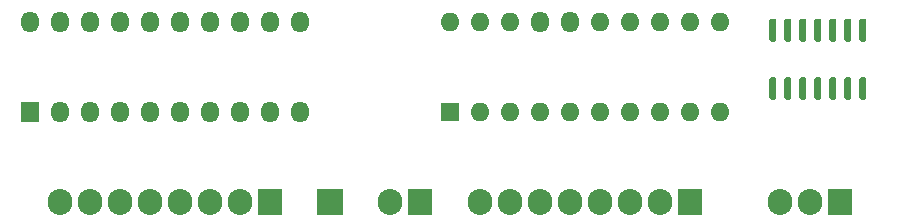
<source format=gbr>
%TF.GenerationSoftware,KiCad,Pcbnew,(5.1.8)-1*%
%TF.CreationDate,2024-03-21T22:44:30+03:00*%
%TF.ProjectId,Reg,5265672e-6b69-4636-9164-5f7063625858,rev?*%
%TF.SameCoordinates,Original*%
%TF.FileFunction,Soldermask,Bot*%
%TF.FilePolarity,Negative*%
%FSLAX46Y46*%
G04 Gerber Fmt 4.6, Leading zero omitted, Abs format (unit mm)*
G04 Created by KiCad (PCBNEW (5.1.8)-1) date 2024-03-21 22:44:30*
%MOMM*%
%LPD*%
G01*
G04 APERTURE LIST*
%ADD10R,2.200000X2.200000*%
%ADD11O,1.500000X1.800000*%
%ADD12R,1.500000X1.800000*%
%ADD13O,1.600000X1.600000*%
%ADD14R,1.600000X1.600000*%
%ADD15R,2.100000X2.200000*%
%ADD16O,2.100000X2.200000*%
G04 APERTURE END LIST*
D10*
%TO.C,J5*%
X76200000Y-53340000D03*
%TD*%
D11*
%TO.C,U1*%
X50800000Y-38100000D03*
X73660000Y-45720000D03*
X53340000Y-38100000D03*
X71120000Y-45720000D03*
X55880000Y-38100000D03*
X68580000Y-45720000D03*
X58420000Y-38100000D03*
X66040000Y-45720000D03*
X60960000Y-38100000D03*
X63500000Y-45720000D03*
X63500000Y-38100000D03*
X60960000Y-45720000D03*
X66040000Y-38100000D03*
X58420000Y-45720000D03*
X68580000Y-38100000D03*
X55880000Y-45720000D03*
X71120000Y-38100000D03*
X53340000Y-45720000D03*
X73660000Y-38100000D03*
D12*
X50800000Y-45720000D03*
%TD*%
D13*
%TO.C,U2*%
X86360000Y-38100000D03*
X109220000Y-45720000D03*
X88900000Y-38100000D03*
X106680000Y-45720000D03*
X91440000Y-38100000D03*
X104140000Y-45720000D03*
D11*
X93980000Y-38100000D03*
D13*
X101600000Y-45720000D03*
D11*
X96520000Y-38100000D03*
D13*
X99060000Y-45720000D03*
X99060000Y-38100000D03*
X96520000Y-45720000D03*
X101600000Y-38100000D03*
X93980000Y-45720000D03*
X104140000Y-38100000D03*
X91440000Y-45720000D03*
X106680000Y-38100000D03*
X88900000Y-45720000D03*
X109220000Y-38100000D03*
D14*
X86360000Y-45720000D03*
%TD*%
D15*
%TO.C,J1*%
X71120000Y-53340000D03*
D16*
X68580000Y-53340000D03*
X66040000Y-53340000D03*
X63500000Y-53340000D03*
X60960000Y-53340000D03*
X58420000Y-53340000D03*
X55880000Y-53340000D03*
X53340000Y-53340000D03*
%TD*%
%TO.C,J2*%
X88900000Y-53340000D03*
X91440000Y-53340000D03*
X93980000Y-53340000D03*
X96520000Y-53340000D03*
X99060000Y-53340000D03*
X101600000Y-53340000D03*
X104140000Y-53340000D03*
D15*
X106680000Y-53340000D03*
%TD*%
%TO.C,J3*%
X83820000Y-53340000D03*
D16*
X81280000Y-53340000D03*
%TD*%
D15*
%TO.C,J4*%
X119380000Y-53340000D03*
D16*
X116840000Y-53340000D03*
X114300000Y-53340000D03*
%TD*%
%TO.C,U3*%
G36*
G01*
X113515000Y-37825000D02*
X113815000Y-37825000D01*
G75*
G02*
X113965000Y-37975000I0J-150000D01*
G01*
X113965000Y-39625000D01*
G75*
G02*
X113815000Y-39775000I-150000J0D01*
G01*
X113515000Y-39775000D01*
G75*
G02*
X113365000Y-39625000I0J150000D01*
G01*
X113365000Y-37975000D01*
G75*
G02*
X113515000Y-37825000I150000J0D01*
G01*
G37*
G36*
G01*
X114785000Y-37825000D02*
X115085000Y-37825000D01*
G75*
G02*
X115235000Y-37975000I0J-150000D01*
G01*
X115235000Y-39625000D01*
G75*
G02*
X115085000Y-39775000I-150000J0D01*
G01*
X114785000Y-39775000D01*
G75*
G02*
X114635000Y-39625000I0J150000D01*
G01*
X114635000Y-37975000D01*
G75*
G02*
X114785000Y-37825000I150000J0D01*
G01*
G37*
G36*
G01*
X116055000Y-37825000D02*
X116355000Y-37825000D01*
G75*
G02*
X116505000Y-37975000I0J-150000D01*
G01*
X116505000Y-39625000D01*
G75*
G02*
X116355000Y-39775000I-150000J0D01*
G01*
X116055000Y-39775000D01*
G75*
G02*
X115905000Y-39625000I0J150000D01*
G01*
X115905000Y-37975000D01*
G75*
G02*
X116055000Y-37825000I150000J0D01*
G01*
G37*
G36*
G01*
X117325000Y-37825000D02*
X117625000Y-37825000D01*
G75*
G02*
X117775000Y-37975000I0J-150000D01*
G01*
X117775000Y-39625000D01*
G75*
G02*
X117625000Y-39775000I-150000J0D01*
G01*
X117325000Y-39775000D01*
G75*
G02*
X117175000Y-39625000I0J150000D01*
G01*
X117175000Y-37975000D01*
G75*
G02*
X117325000Y-37825000I150000J0D01*
G01*
G37*
G36*
G01*
X118595000Y-37825000D02*
X118895000Y-37825000D01*
G75*
G02*
X119045000Y-37975000I0J-150000D01*
G01*
X119045000Y-39625000D01*
G75*
G02*
X118895000Y-39775000I-150000J0D01*
G01*
X118595000Y-39775000D01*
G75*
G02*
X118445000Y-39625000I0J150000D01*
G01*
X118445000Y-37975000D01*
G75*
G02*
X118595000Y-37825000I150000J0D01*
G01*
G37*
G36*
G01*
X119865000Y-37825000D02*
X120165000Y-37825000D01*
G75*
G02*
X120315000Y-37975000I0J-150000D01*
G01*
X120315000Y-39625000D01*
G75*
G02*
X120165000Y-39775000I-150000J0D01*
G01*
X119865000Y-39775000D01*
G75*
G02*
X119715000Y-39625000I0J150000D01*
G01*
X119715000Y-37975000D01*
G75*
G02*
X119865000Y-37825000I150000J0D01*
G01*
G37*
G36*
G01*
X121135000Y-37825000D02*
X121435000Y-37825000D01*
G75*
G02*
X121585000Y-37975000I0J-150000D01*
G01*
X121585000Y-39625000D01*
G75*
G02*
X121435000Y-39775000I-150000J0D01*
G01*
X121135000Y-39775000D01*
G75*
G02*
X120985000Y-39625000I0J150000D01*
G01*
X120985000Y-37975000D01*
G75*
G02*
X121135000Y-37825000I150000J0D01*
G01*
G37*
G36*
G01*
X121135000Y-42775000D02*
X121435000Y-42775000D01*
G75*
G02*
X121585000Y-42925000I0J-150000D01*
G01*
X121585000Y-44575000D01*
G75*
G02*
X121435000Y-44725000I-150000J0D01*
G01*
X121135000Y-44725000D01*
G75*
G02*
X120985000Y-44575000I0J150000D01*
G01*
X120985000Y-42925000D01*
G75*
G02*
X121135000Y-42775000I150000J0D01*
G01*
G37*
G36*
G01*
X119865000Y-42775000D02*
X120165000Y-42775000D01*
G75*
G02*
X120315000Y-42925000I0J-150000D01*
G01*
X120315000Y-44575000D01*
G75*
G02*
X120165000Y-44725000I-150000J0D01*
G01*
X119865000Y-44725000D01*
G75*
G02*
X119715000Y-44575000I0J150000D01*
G01*
X119715000Y-42925000D01*
G75*
G02*
X119865000Y-42775000I150000J0D01*
G01*
G37*
G36*
G01*
X118595000Y-42775000D02*
X118895000Y-42775000D01*
G75*
G02*
X119045000Y-42925000I0J-150000D01*
G01*
X119045000Y-44575000D01*
G75*
G02*
X118895000Y-44725000I-150000J0D01*
G01*
X118595000Y-44725000D01*
G75*
G02*
X118445000Y-44575000I0J150000D01*
G01*
X118445000Y-42925000D01*
G75*
G02*
X118595000Y-42775000I150000J0D01*
G01*
G37*
G36*
G01*
X117325000Y-42775000D02*
X117625000Y-42775000D01*
G75*
G02*
X117775000Y-42925000I0J-150000D01*
G01*
X117775000Y-44575000D01*
G75*
G02*
X117625000Y-44725000I-150000J0D01*
G01*
X117325000Y-44725000D01*
G75*
G02*
X117175000Y-44575000I0J150000D01*
G01*
X117175000Y-42925000D01*
G75*
G02*
X117325000Y-42775000I150000J0D01*
G01*
G37*
G36*
G01*
X116055000Y-42775000D02*
X116355000Y-42775000D01*
G75*
G02*
X116505000Y-42925000I0J-150000D01*
G01*
X116505000Y-44575000D01*
G75*
G02*
X116355000Y-44725000I-150000J0D01*
G01*
X116055000Y-44725000D01*
G75*
G02*
X115905000Y-44575000I0J150000D01*
G01*
X115905000Y-42925000D01*
G75*
G02*
X116055000Y-42775000I150000J0D01*
G01*
G37*
G36*
G01*
X114785000Y-42775000D02*
X115085000Y-42775000D01*
G75*
G02*
X115235000Y-42925000I0J-150000D01*
G01*
X115235000Y-44575000D01*
G75*
G02*
X115085000Y-44725000I-150000J0D01*
G01*
X114785000Y-44725000D01*
G75*
G02*
X114635000Y-44575000I0J150000D01*
G01*
X114635000Y-42925000D01*
G75*
G02*
X114785000Y-42775000I150000J0D01*
G01*
G37*
G36*
G01*
X113515000Y-42775000D02*
X113815000Y-42775000D01*
G75*
G02*
X113965000Y-42925000I0J-150000D01*
G01*
X113965000Y-44575000D01*
G75*
G02*
X113815000Y-44725000I-150000J0D01*
G01*
X113515000Y-44725000D01*
G75*
G02*
X113365000Y-44575000I0J150000D01*
G01*
X113365000Y-42925000D01*
G75*
G02*
X113515000Y-42775000I150000J0D01*
G01*
G37*
%TD*%
M02*

</source>
